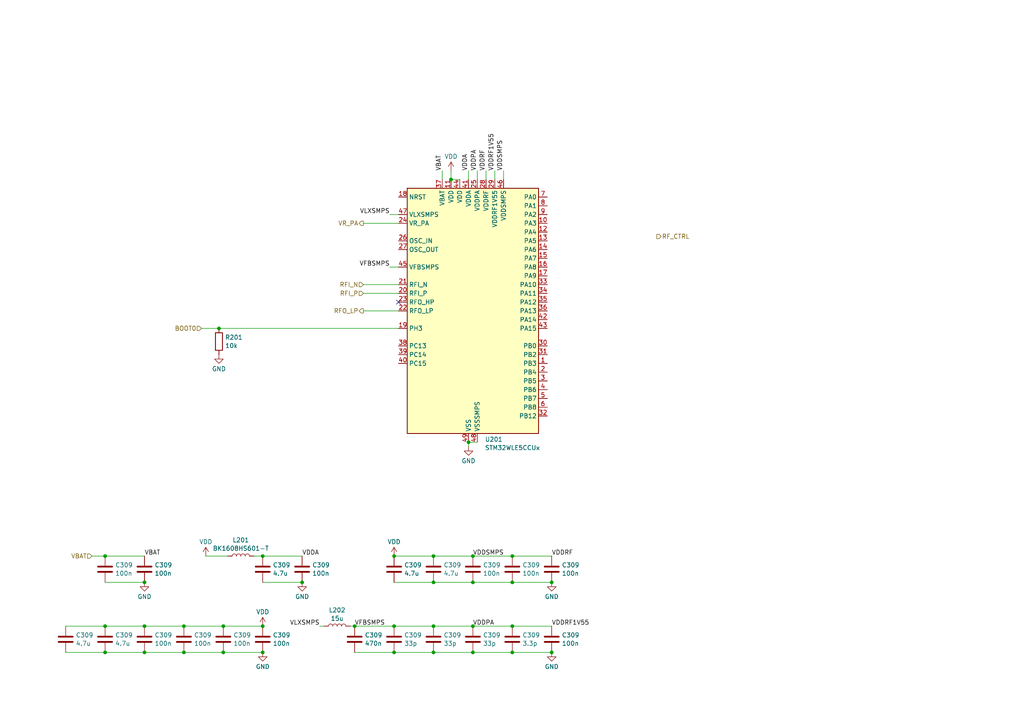
<source format=kicad_sch>
(kicad_sch (version 20230121) (generator eeschema)
  (paper "A4")
  (lib_symbols
    (symbol "Device:C" (pin_numbers hide) (pin_names (offset 0.254))
      (property "Reference" "C" (at 0.635 2.54 0))
      (property "Value" "C" (at 0.635 -2.54 0))
      (symbol "C_0_1"
        (polyline (pts (xy -2.032 -0.762) (xy 2.032 -0.762)) (stroke (width 0.508)))
        (polyline (pts (xy -2.032 0.762) (xy 2.032 0.762)) (stroke (width 0.508)))
      )
      (symbol "C_1_1"
        (pin passive line (at 0 3.81 270) (length 2.794) (name "~") (number "1"))
        (pin passive line (at 0 -3.81 90) (length 2.794) (name "~") (number "2"))
      )
    )
    (symbol "Device:L" (pin_numbers hide) (pin_names (offset 1.016) hide)
      (property "Reference" "L" (at -1.27 0 90))
      (property "Value" "L" (at 1.905 0 90))
      (symbol "L_0_1"
        (arc (start 0 -2.54) (mid 0.6323 -1.905) (end 0 -1.27))
        (arc (start 0 -1.27) (mid 0.6323 -0.635) (end 0 0))
        (arc (start 0 0) (mid 0.6323 0.635) (end 0 1.27))
        (arc (start 0 1.27) (mid 0.6323 1.905) (end 0 2.54))
      )
      (symbol "L_1_1"
        (pin passive line (at 0 3.81 270) (length 1.27) (name "1") (number "1"))
        (pin passive line (at 0 -3.81 90) (length 1.27) (name "2") (number "2"))
      )
    )
    (symbol "Device:R" (pin_numbers hide) (pin_names (offset 0))
      (property "Reference" "R" (at 2.032 0 90))
      (property "Value" "R" (at 0 0 90))
      (symbol "R_0_1"
        (rectangle (start -1.016 -2.54) (end 1.016 2.54) (stroke (width 0.254)))
      )
      (symbol "R_1_1"
        (pin passive line (at 0 3.81 270) (length 1.27) (name "~") (number "1"))
        (pin passive line (at 0 -3.81 90) (length 1.27) (name "~") (number "2"))
      )
    )
    (symbol "MCU_ST_STM32WL:STM32WLE5CCUx"
      (property "Reference" "U" (at -17.78 36.83 0))
      (property "Value" "STM32WLE5CCUx" (at 12.7 36.83 0))
      (symbol "STM32WLE5CCUx_0_1"
        (rectangle (start -17.78 -35.56) (end 20.32 35.56) (stroke (width 0.254)) (fill (type background)))
      )
      (symbol "STM32WLE5CCUx_1_1"
        (pin bidirectional line (at 22.86 -15.24 180) (length 2.54) (name "PB3") (number "1"))
        (pin bidirectional line (at 22.86 25.4 180) (length 2.54) (name "PA3") (number "10"))
        (pin power_in line (at -5.08 38.1 270) (length 2.54) (name "VDD") (number "11"))
        (pin bidirectional line (at 22.86 22.86 180) (length 2.54) (name "PA4") (number "12"))
        (pin bidirectional line (at 22.86 20.32 180) (length 2.54) (name "PA5") (number "13"))
        (pin bidirectional line (at 22.86 17.78 180) (length 2.54) (name "PA6") (number "14"))
        (pin bidirectional line (at 22.86 15.24 180) (length 2.54) (name "PA7") (number "15"))
        (pin bidirectional line (at 22.86 12.7 180) (length 2.54) (name "PA8") (number "16"))
        (pin bidirectional line (at 22.86 10.16 180) (length 2.54) (name "PA9") (number "17"))
        (pin input line (at -20.32 33.02 0) (length 2.54) (name "NRST") (number "18"))
        (pin bidirectional line (at -20.32 -5.08 0) (length 2.54) (name "PH3") (number "19"))
        (pin bidirectional line (at 22.86 -17.78 180) (length 2.54) (name "PB4") (number "2"))
        (pin bidirectional line (at -20.32 5.08 0) (length 2.54) (name "RFI_P") (number "20"))
        (pin bidirectional line (at -20.32 7.62 0) (length 2.54) (name "RFI_N") (number "21"))
        (pin bidirectional line (at -20.32 0 0) (length 2.54) (name "RFO_LP") (number "22"))
        (pin bidirectional line (at -20.32 2.54 0) (length 2.54) (name "RFO_HP") (number "23"))
        (pin power_in line (at -20.32 25.4 0) (length 2.54) (name "VR_PA") (number "24"))
        (pin power_in line (at 2.54 38.1 270) (length 2.54) (name "VDDPA") (number "25"))
        (pin input line (at -20.32 20.32 0) (length 2.54) (name "OSC_IN") (number "26"))
        (pin input line (at -20.32 17.78 0) (length 2.54) (name "OSC_OUT") (number "27"))
        (pin power_in line (at 5.08 38.1 270) (length 2.54) (name "VDDRF") (number "28"))
        (pin power_in line (at 7.62 38.1 270) (length 2.54) (name "VDDRF1V55") (number "29"))
        (pin bidirectional line (at 22.86 -20.32 180) (length 2.54) (name "PB5") (number "3"))
        (pin bidirectional line (at 22.86 -10.16 180) (length 2.54) (name "PB0") (number "30"))
        (pin bidirectional line (at 22.86 -12.7 180) (length 2.54) (name "PB2") (number "31"))
        (pin bidirectional line (at 22.86 -30.48 180) (length 2.54) (name "PB12") (number "32"))
        (pin bidirectional line (at 22.86 7.62 180) (length 2.54) (name "PA10") (number "33"))
        (pin bidirectional line (at 22.86 5.08 180) (length 2.54) (name "PA11") (number "34"))
        (pin bidirectional line (at 22.86 2.54 180) (length 2.54) (name "PA12") (number "35"))
        (pin bidirectional line (at 22.86 0 180) (length 2.54) (name "PA13") (number "36"))
        (pin power_in line (at -7.62 38.1 270) (length 2.54) (name "VBAT") (number "37"))
        (pin bidirectional line (at -20.32 -10.16 0) (length 2.54) (name "PC13") (number "38"))
        (pin bidirectional line (at -20.32 -12.7 0) (length 2.54) (name "PC14") (number "39"))
        (pin bidirectional line (at 22.86 -22.86 180) (length 2.54) (name "PB6") (number "4"))
        (pin bidirectional line (at -20.32 -15.24 0) (length 2.54) (name "PC15") (number "40"))
        (pin power_in line (at 0 38.1 270) (length 2.54) (name "VDDA") (number "41"))
        (pin bidirectional line (at 22.86 -2.54 180) (length 2.54) (name "PA14") (number "42"))
        (pin bidirectional line (at 22.86 -5.08 180) (length 2.54) (name "PA15") (number "43"))
        (pin power_in line (at -2.54 38.1 270) (length 2.54) (name "VDD") (number "44"))
        (pin input line (at -20.32 12.7 0) (length 2.54) (name "VFBSMPS") (number "45"))
        (pin power_in line (at 10.16 38.1 270) (length 2.54) (name "VDDSMPS") (number "46"))
        (pin power_in line (at -20.32 27.94 0) (length 2.54) (name "VLXSMPS") (number "47"))
        (pin power_in line (at 2.54 -38.1 90) (length 2.54) (name "VSSSMPS") (number "48"))
        (pin power_in line (at 0 -38.1 90) (length 2.54) (name "VSS") (number "49"))
        (pin bidirectional line (at 22.86 -25.4 180) (length 2.54) (name "PB7") (number "5"))
        (pin bidirectional line (at 22.86 -27.94 180) (length 2.54) (name "PB8") (number "6"))
        (pin bidirectional line (at 22.86 33.02 180) (length 2.54) (name "PA0") (number "7"))
        (pin bidirectional line (at 22.86 30.48 180) (length 2.54) (name "PA1") (number "8"))
        (pin bidirectional line (at 22.86 27.94 180) (length 2.54) (name "PA2") (number "9"))
      )
    )
    (symbol "power:GND" (power) (pin_names (offset 0))
      (property "Value" "GND" (at 0 -3.81 0))
      (symbol "GND_0_1"
        (polyline (pts (xy 0 0) (xy 0 -1.27) (xy 1.27 -1.27) (xy 0 -2.54) (xy -1.27 -1.27) (xy 0 -1.27)))
      )
      (symbol "GND_1_1"
        (pin power_in line (at 0 0 270) (length 0) hide (name "GND") (number "1"))
      )
    )
    (symbol "power:VDD" (power) (pin_names (offset 0))
      (property "Value" "VDD" (at 0 3.81 0))
      (symbol "VDD_0_1"
        (polyline (pts (xy -0.762 1.27) (xy 0 2.54)))
        (polyline (pts (xy 0 0) (xy 0 2.54)))
        (polyline (pts (xy 0 2.54) (xy 0.762 1.27)))
      )
      (symbol "VDD_1_1"
        (pin power_in line (at 0 0 90) (length 0) hide (name "VDD") (number "1"))
      )
    )
  )
  (junction (at 137.16 181.61))
  (junction (at 135.89 128.27))
  (junction (at 130.81 52.07))
  (junction (at 160.02 168.91))
  (junction (at 114.3 189.23))
  (junction (at 53.34 181.61))
  (junction (at 30.48 181.61))
  (junction (at 64.77 189.23))
  (junction (at 102.87 181.61))
  (junction (at 53.34 189.23))
  (junction (at 125.73 168.91))
  (junction (at 148.59 168.91))
  (junction (at 41.91 189.23))
  (junction (at 148.59 161.29))
  (junction (at 137.16 189.23))
  (junction (at 160.02 189.23))
  (junction (at 41.91 181.61))
  (junction (at 114.3 181.61))
  (junction (at 64.77 181.61))
  (junction (at 87.63 168.91))
  (junction (at 125.73 161.29))
  (junction (at 137.16 168.91))
  (junction (at 125.73 189.23))
  (junction (at 63.5 95.25))
  (junction (at 114.3 161.29))
  (junction (at 76.2 161.29))
  (junction (at 41.91 168.91))
  (junction (at 76.2 189.23))
  (junction (at 30.48 161.29))
  (junction (at 148.59 181.61))
  (junction (at 30.48 189.23))
  (junction (at 76.2 181.61))
  (junction (at 125.73 181.61))
  (junction (at 137.16 161.29))
  (junction (at 148.59 189.23))
  (no_connect (at 115.57 87.63))
  (wire (pts (xy 30.48 189.23) (xy 41.91 189.23)))
  (wire (pts (xy 64.77 181.61) (xy 76.2 181.61)))
  (wire (pts (xy 58.42 95.25) (xy 63.5 95.25)))
  (wire (pts (xy 125.73 161.29) (xy 137.16 161.29)))
  (wire (pts (xy 102.87 181.61) (xy 114.3 181.61)))
  (wire (pts (xy 146.05 49.53) (xy 146.05 52.07)))
  (wire (pts (xy 76.2 161.29) (xy 87.63 161.29)))
  (wire (pts (xy 130.81 52.07) (xy 133.35 52.07)))
  (wire (pts (xy 64.77 189.23) (xy 76.2 189.23)))
  (wire (pts (xy 114.3 181.61) (xy 125.73 181.61)))
  (wire (pts (xy 105.41 85.09) (xy 115.57 85.09)))
  (wire (pts (xy 76.2 168.91) (xy 87.63 168.91)))
  (wire (pts (xy 148.59 168.91) (xy 137.16 168.91)))
  (wire (pts (xy 101.6 181.61) (xy 102.87 181.61)))
  (wire (pts (xy 125.73 189.23) (xy 137.16 189.23)))
  (wire (pts (xy 114.3 161.29) (xy 125.73 161.29)))
  (wire (pts (xy 26.67 161.29) (xy 30.48 161.29)))
  (wire (pts (xy 59.69 161.29) (xy 66.04 161.29)))
  (wire (pts (xy 30.48 168.91) (xy 41.91 168.91)))
  (wire (pts (xy 148.59 189.23) (xy 160.02 189.23)))
  (wire (pts (xy 125.73 168.91) (xy 137.16 168.91)))
  (wire (pts (xy 92.71 181.61) (xy 93.98 181.61)))
  (wire (pts (xy 114.3 189.23) (xy 125.73 189.23)))
  (wire (pts (xy 114.3 168.91) (xy 125.73 168.91)))
  (wire (pts (xy 148.59 181.61) (xy 160.02 181.61)))
  (wire (pts (xy 53.34 189.23) (xy 64.77 189.23)))
  (wire (pts (xy 19.05 181.61) (xy 30.48 181.61)))
  (wire (pts (xy 148.59 161.29) (xy 137.16 161.29)))
  (wire (pts (xy 130.81 49.53) (xy 130.81 52.07)))
  (wire (pts (xy 137.16 189.23) (xy 148.59 189.23)))
  (wire (pts (xy 63.5 95.25) (xy 115.57 95.25)))
  (wire (pts (xy 160.02 161.29) (xy 148.59 161.29)))
  (wire (pts (xy 53.34 181.61) (xy 64.77 181.61)))
  (wire (pts (xy 41.91 189.23) (xy 53.34 189.23)))
  (wire (pts (xy 137.16 181.61) (xy 148.59 181.61)))
  (wire (pts (xy 135.89 128.27) (xy 138.43 128.27)))
  (wire (pts (xy 30.48 181.61) (xy 41.91 181.61)))
  (wire (pts (xy 73.66 161.29) (xy 76.2 161.29)))
  (wire (pts (xy 128.27 49.53) (xy 128.27 52.07)))
  (wire (pts (xy 140.97 49.53) (xy 140.97 52.07)))
  (wire (pts (xy 30.48 161.29) (xy 41.91 161.29)))
  (wire (pts (xy 160.02 168.91) (xy 148.59 168.91)))
  (wire (pts (xy 135.89 128.27) (xy 135.89 129.54)))
  (wire (pts (xy 135.89 49.53) (xy 135.89 52.07)))
  (wire (pts (xy 105.41 82.55) (xy 115.57 82.55)))
  (wire (pts (xy 125.73 181.61) (xy 137.16 181.61)))
  (wire (pts (xy 105.41 90.17) (xy 115.57 90.17)))
  (wire (pts (xy 102.87 189.23) (xy 114.3 189.23)))
  (wire (pts (xy 41.91 181.61) (xy 53.34 181.61)))
  (wire (pts (xy 113.03 62.23) (xy 115.57 62.23)))
  (wire (pts (xy 143.51 49.53) (xy 143.51 52.07)))
  (wire (pts (xy 105.41 64.77) (xy 115.57 64.77)))
  (wire (pts (xy 113.03 77.47) (xy 115.57 77.47)))
  (wire (pts (xy 138.43 49.53) (xy 138.43 52.07)))
  (wire (pts (xy 19.05 189.23) (xy 30.48 189.23)))
  (label "VDDRF1V55" (at 143.51 49.53 90))
  (label "VBAT" (at 41.91 161.29 0))
  (label "VLXSMPS" (at 113.03 62.23 180))
  (label "VDDSMPS" (at 146.05 49.53 90))
  (label "VDDRF1V55" (at 160.02 181.61 0))
  (label "VDDRF" (at 140.97 49.53 90))
  (label "VDDPA" (at 137.16 181.61 0))
  (label "VDDRF" (at 160.02 161.29 0))
  (label "VDDA" (at 135.89 49.53 90))
  (label "VLXSMPS" (at 92.71 181.61 180))
  (label "VDDPA" (at 138.43 49.53 90))
  (label "VFBSMPS" (at 113.03 77.47 180))
  (label "VDDA" (at 87.63 161.29 0))
  (label "VFBSMPS" (at 102.87 181.61 0))
  (label "VDDSMPS" (at 137.16 161.29 0))
  (label "VBAT" (at 128.27 49.53 90))
  (hierarchical_label "RFI_P" (shape input) (at 105.41 85.09 180))
  (hierarchical_label "RFI_N" (shape input) (at 105.41 82.55 180))
  (hierarchical_label "RF_CTRL" (shape output) (at 190.5 68.58 0))
  (hierarchical_label "RFO_LP" (shape output) (at 105.41 90.17 180))
  (hierarchical_label "VBAT" (shape input) (at 26.67 161.29 180))
  (hierarchical_label "VR_PA" (shape output) (at 105.41 64.77 180))
  (hierarchical_label "BOOT0" (shape input) (at 58.42 95.25 180))
  (symbol (lib_id "Device:L") (at 69.85 161.29 90) (unit 1)
    (property "Reference" "L201" (at 69.85 156.6404 90))
    (property "Value" "BK1608HS601-T" (at 69.85 159.0646 90))
    (property "Footprint" "Inductor_SMD:L_0603_1608Metric" (effects hide))
  )
  (symbol (lib_id "Device:C") (at 76.2 165.1 0) (unit 1)
    (property "Reference" "C309" (at 79.121 163.8879 0) (effects (justify left)))
    (property "Value" "4.7u" (at 79.121 166.3121 0) (effects (justify left)))
    (property "Footprint" "Capacitor_SMD:C_0603_1608Metric" (effects hide))
    (instances (project "lora-module" (path "" (reference "C309") (unit 1)) (path "" (reference "C208") (unit 1))))
  )
  (symbol (lib_id "Device:C") (at 125.73 165.1 0) (unit 1)
    (property "Reference" "C309" (at 128.651 163.8879 0) (effects (justify left)))
    (property "Value" "4.7u" (at 128.651 166.3121 0) (effects (justify left)))
    (property "Footprint" "Capacitor_SMD:C_0603_1608Metric" (effects hide))
    (instances (project "lora-module" (path "" (reference "C309") (unit 1)) (path "" (reference "C214") (unit 1))))
  )
  (symbol (lib_id "Device:R") (at 63.5 99.06 0) (unit 1)
    (property "Reference" "R201" (at 65.278 97.8479 0) (effects (justify left)))
    (property "Value" "10k" (at 65.278 100.2721 0) (effects (justify left)))
    (property "Footprint" "Resistor_SMD:R_0402_1005Metric" (effects hide))
  )
  (symbol (lib_id "MCU_ST_STM32WL:STM32WLE5CCUx") (at 135.89 90.17 0) (unit 1)
    (property "Reference" "U201" (at 140.6241 127.4501 0) (effects (justify left)))
    (property "Value" "STM32WLE5CCUx" (at 140.6241 129.8743 0) (effects (justify left)))
    (property "Footprint" "Package_DFN_QFN:QFN-48-1EP_7x7mm_P0.5mm_EP5.6x5.6mm" (effects hide))
    (property "Datasheet" "https://www.st.com/resource/en/datasheet/stm32wle5cc.pdf" (effects hide))
  )
  (symbol (lib_id "Device:C") (at 76.2 185.42 0) (unit 1)
    (property "Reference" "C309" (at 79.121 184.2079 0) (effects (justify left)))
    (property "Value" "100n" (at 79.121 186.6321 0) (effects (justify left)))
    (property "Footprint" "Capacitor_SMD:C_0402_1005Metric" (effects hide))
    (instances (project "lora-module" (path "" (reference "C309") (unit 1)) (path "" (reference "C209") (unit 1))))
  )
  (symbol (lib_id "power:GND") (at 63.5 102.87 0) (unit 1)
    (property "Reference" "#PWR0203" (effects hide))
    (property "Value" "GND" (at 63.5 107.0031 0))
  )
  (symbol (lib_id "Device:C") (at 64.77 185.42 0) (unit 1)
    (property "Reference" "C309" (at 67.691 184.2079 0) (effects (justify left)))
    (property "Value" "100n" (at 67.691 186.6321 0) (effects (justify left)))
    (property "Footprint" "Capacitor_SMD:C_0402_1005Metric" (effects hide))
    (instances (project "lora-module" (path "" (reference "C309") (unit 1)) (path "" (reference "C207") (unit 1))))
  )
  (symbol (lib_id "Device:C") (at 30.48 185.42 0) (unit 1)
    (property "Reference" "C309" (at 33.401 184.2079 0) (effects (justify left)))
    (property "Value" "4.7u" (at 33.401 186.6321 0) (effects (justify left)))
    (property "Footprint" "Capacitor_SMD:C_0603_1608Metric" (effects hide))
    (instances (project "lora-module" (path "" (reference "C309") (unit 1)) (path "" (reference "C203") (unit 1))))
  )
  (symbol (lib_id "Device:C") (at 137.16 185.42 0) (unit 1)
    (property "Reference" "C309" (at 140.081 184.2079 0) (effects (justify left)))
    (property "Value" "33p" (at 140.081 186.6321 0) (effects (justify left)))
    (property "Footprint" "Capacitor_SMD:C_0402_1005Metric" (effects hide))
    (instances (project "lora-module" (path "" (reference "C309") (unit 1)) (path "" (reference "C217") (unit 1))))
  )
  (symbol (lib_id "power:VDD") (at 76.2 181.61 0) (unit 1)
    (property "Reference" "#PWR0204" (effects hide))
    (property "Value" "VDD" (at 76.2 177.4769 0))
  )
  (symbol (lib_id "Device:C") (at 87.63 165.1 0) (unit 1)
    (property "Reference" "C309" (at 90.551 163.8879 0) (effects (justify left)))
    (property "Value" "100n" (at 90.551 166.3121 0) (effects (justify left)))
    (property "Footprint" "Capacitor_SMD:C_0402_1005Metric" (effects hide))
    (instances (project "lora-module" (path "" (reference "C309") (unit 1)) (path "" (reference "C210") (unit 1))))
  )
  (symbol (lib_id "power:GND") (at 41.91 168.91 0) (unit 1)
    (property "Reference" "#PWR0201" (effects hide))
    (property "Value" "GND" (at 41.91 173.0431 0))
  )
  (symbol (lib_id "Device:C") (at 148.59 185.42 0) (unit 1)
    (property "Reference" "C309" (at 151.511 184.2079 0) (effects (justify left)))
    (property "Value" "3.3p" (at 151.511 186.6321 0) (effects (justify left)))
    (property "Footprint" "Capacitor_SMD:C_0402_1005Metric" (effects hide))
    (instances (project "lora-module" (path "" (reference "C309") (unit 1)) (path "" (reference "C219") (unit 1))))
  )
  (symbol (lib_id "power:GND") (at 160.02 189.23 0) (unit 1)
    (property "Reference" "#PWR0211" (effects hide))
    (property "Value" "GND" (at 160.02 193.3631 0))
  )
  (symbol (lib_id "Device:L") (at 97.79 181.61 90) (unit 1)
    (property "Reference" "L202" (at 97.79 176.9604 90))
    (property "Value" "15u" (at 97.79 179.3846 90))
    (property "Footprint" "Inductor_SMD:L_0805_2012Metric" (effects hide))
  )
  (symbol (lib_id "power:GND") (at 87.63 168.91 0) (unit 1)
    (property "Reference" "#PWR0206" (effects hide))
    (property "Value" "GND" (at 87.63 173.0431 0))
  )
  (symbol (lib_id "power:GND") (at 135.89 129.54 0) (unit 1)
    (property "Reference" "#PWR0209" (effects hide))
    (property "Value" "GND" (at 135.89 133.6731 0))
  )
  (symbol (lib_id "power:GND") (at 76.2 189.23 0) (unit 1)
    (property "Reference" "#PWR0205" (effects hide))
    (property "Value" "GND" (at 76.2 193.3631 0))
  )
  (symbol (lib_id "Device:C") (at 148.59 165.1 0) (unit 1)
    (property "Reference" "C309" (at 151.511 163.8879 0) (effects (justify left)))
    (property "Value" "100n" (at 151.511 166.3121 0) (effects (justify left)))
    (property "Footprint" "Capacitor_SMD:C_0402_1005Metric" (effects hide))
    (instances (project "lora-module" (path "" (reference "C309") (unit 1)) (path "" (reference "C218") (unit 1))))
  )
  (symbol (lib_id "Device:C") (at 41.91 165.1 0) (unit 1)
    (property "Reference" "C309" (at 44.831 163.8879 0) (effects (justify left)))
    (property "Value" "100n" (at 44.831 166.3121 0) (effects (justify left)))
    (property "Footprint" "Capacitor_SMD:C_0402_1005Metric" (effects hide))
    (instances (project "lora-module" (path "" (reference "C309") (unit 1)) (path "" (reference "C204") (unit 1))))
  )
  (symbol (lib_id "Device:C") (at 19.05 185.42 0) (unit 1)
    (property "Reference" "C309" (at 21.971 184.2079 0) (effects (justify left)))
    (property "Value" "4.7u" (at 21.971 186.6321 0) (effects (justify left)))
    (property "Footprint" "Capacitor_SMD:C_0603_1608Metric" (effects hide))
    (instances (project "lora-module" (path "" (reference "C309") (unit 1)) (path "" (reference "C201") (unit 1))))
  )
  (symbol (lib_id "Device:C") (at 114.3 165.1 0) (unit 1)
    (property "Reference" "C309" (at 117.221 163.8879 0) (effects (justify left)))
    (property "Value" "4.7u" (at 117.221 166.3121 0) (effects (justify left)))
    (property "Footprint" "Capacitor_SMD:C_0603_1608Metric" (effects hide))
    (instances (project "lora-module" (path "" (reference "C309") (unit 1)) (path "" (reference "C212") (unit 1))))
  )
  (symbol (lib_id "power:VDD") (at 59.69 161.29 0) (unit 1)
    (property "Reference" "#PWR0202" (effects hide))
    (property "Value" "VDD" (at 59.69 157.1569 0))
  )
  (symbol (lib_id "Device:C") (at 41.91 185.42 0) (unit 1)
    (property "Reference" "C309" (at 44.831 184.2079 0) (effects (justify left)))
    (property "Value" "100n" (at 44.831 186.6321 0) (effects (justify left)))
    (property "Footprint" "Capacitor_SMD:C_0402_1005Metric" (effects hide))
    (instances (project "lora-module" (path "" (reference "C309") (unit 1)) (path "" (reference "C205") (unit 1))))
  )
  (symbol (lib_id "Device:C") (at 137.16 165.1 0) (unit 1)
    (property "Reference" "C309" (at 140.081 163.8879 0) (effects (justify left)))
    (property "Value" "100n" (at 140.081 166.3121 0) (effects (justify left)))
    (property "Footprint" "Capacitor_SMD:C_0402_1005Metric" (effects hide))
    (instances (project "lora-module" (path "" (reference "C309") (unit 1)) (path "" (reference "C216") (unit 1))))
  )
  (symbol (lib_id "Device:C") (at 160.02 185.42 0) (unit 1)
    (property "Reference" "C309" (at 162.941 184.2079 0) (effects (justify left)))
    (property "Value" "100n" (at 162.941 186.6321 0) (effects (justify left)))
    (property "Footprint" "Capacitor_SMD:C_0402_1005Metric" (effects hide))
    (instances (project "lora-module" (path "" (reference "C309") (unit 1)) (path "" (reference "C221") (unit 1))))
  )
  (symbol (lib_id "Device:C") (at 102.87 185.42 0) (unit 1)
    (property "Reference" "C309" (at 105.791 184.2079 0) (effects (justify left)))
    (property "Value" "470n" (at 105.791 186.6321 0) (effects (justify left)))
    (property "Footprint" "Capacitor_SMD:C_0603_1608Metric" (effects hide))
    (instances (project "lora-module" (path "" (reference "C309") (unit 1)) (path "" (reference "C211") (unit 1))))
  )
  (symbol (lib_id "power:VDD") (at 114.3 161.29 0) (unit 1)
    (property "Reference" "#PWR0207" (effects hide))
    (property "Value" "VDD" (at 114.3 157.1569 0))
  )
  (symbol (lib_id "Device:C") (at 53.34 185.42 0) (unit 1)
    (property "Reference" "C309" (at 56.261 184.2079 0) (effects (justify left)))
    (property "Value" "100n" (at 56.261 186.6321 0) (effects (justify left)))
    (property "Footprint" "Capacitor_SMD:C_0402_1005Metric" (effects hide))
    (instances (project "lora-module" (path "" (reference "C309") (unit 1)) (path "" (reference "C206") (unit 1))))
  )
  (symbol (lib_id "Device:C") (at 30.48 165.1 0) (unit 1)
    (property "Reference" "C309" (at 33.401 163.8879 0) (effects (justify left)))
    (property "Value" "100n" (at 33.401 166.3121 0) (effects (justify left)))
    (property "Footprint" "Capacitor_SMD:C_0402_1005Metric" (effects hide))
    (instances (project "lora-module" (path "" (reference "C309") (unit 1)) (path "" (reference "C202") (unit 1))))
  )
  (symbol (lib_id "Device:C") (at 114.3 185.42 0) (unit 1)
    (property "Reference" "C309" (at 117.221 184.2079 0) (effects (justify left)))
    (property "Value" "33p" (at 117.221 186.6321 0) (effects (justify left)))
    (property "Footprint" "Capacitor_SMD:C_0402_1005Metric" (effects hide))
    (instances (project "lora-module" (path "" (reference "C309") (unit 1)) (path "" (reference "C213") (unit 1))))
  )
  (symbol (lib_id "power:GND") (at 160.02 168.91 0) (unit 1)
    (property "Reference" "#PWR0210" (effects hide))
    (property "Value" "GND" (at 160.02 173.0431 0))
  )
  (symbol (lib_id "power:VDD") (at 130.81 49.53 0) (unit 1)
    (property "Reference" "#PWR0208" (effects hide))
    (property "Value" "VDD" (at 130.81 45.3969 0))
  )
  (symbol (lib_id "Device:C") (at 125.73 185.42 0) (unit 1)
    (property "Reference" "C309" (at 128.651 184.2079 0) (effects (justify left)))
    (property "Value" "33p" (at 128.651 186.6321 0) (effects (justify left)))
    (property "Footprint" "Capacitor_SMD:C_0402_1005Metric" (effects hide))
    (instances (project "lora-module" (path "" (reference "C309") (unit 1)) (path "" (reference "C215") (unit 1))))
  )
  (symbol (lib_id "Device:C") (at 160.02 165.1 0) (unit 1)
    (property "Reference" "C309" (at 162.941 163.8879 0) (effects (justify left)))
    (property "Value" "100n" (at 162.941 166.3121 0) (effects (justify left)))
    (property "Footprint" "Capacitor_SMD:C_0402_1005Metric" (effects hide))
    (instances (project "lora-module" (path "" (reference "C309") (unit 1)) (path "" (reference "C220") (unit 1))))
  )
)
</source>
